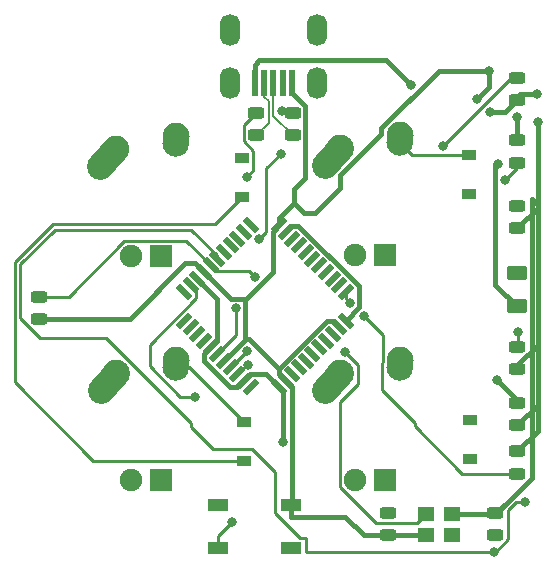
<source format=gbr>
G04 #@! TF.GenerationSoftware,KiCad,Pcbnew,7.0.1*
G04 #@! TF.CreationDate,2023-04-11T18:09:49-04:00*
G04 #@! TF.ProjectId,pikas-pcbs,70696b61-732d-4706-9362-732e6b696361,rev?*
G04 #@! TF.SameCoordinates,Original*
G04 #@! TF.FileFunction,Copper,L2,Bot*
G04 #@! TF.FilePolarity,Positive*
%FSLAX46Y46*%
G04 Gerber Fmt 4.6, Leading zero omitted, Abs format (unit mm)*
G04 Created by KiCad (PCBNEW 7.0.1) date 2023-04-11 18:09:49*
%MOMM*%
%LPD*%
G01*
G04 APERTURE LIST*
G04 Aperture macros list*
%AMRoundRect*
0 Rectangle with rounded corners*
0 $1 Rounding radius*
0 $2 $3 $4 $5 $6 $7 $8 $9 X,Y pos of 4 corners*
0 Add a 4 corners polygon primitive as box body*
4,1,4,$2,$3,$4,$5,$6,$7,$8,$9,$2,$3,0*
0 Add four circle primitives for the rounded corners*
1,1,$1+$1,$2,$3*
1,1,$1+$1,$4,$5*
1,1,$1+$1,$6,$7*
1,1,$1+$1,$8,$9*
0 Add four rect primitives between the rounded corners*
20,1,$1+$1,$2,$3,$4,$5,0*
20,1,$1+$1,$4,$5,$6,$7,0*
20,1,$1+$1,$6,$7,$8,$9,0*
20,1,$1+$1,$8,$9,$2,$3,0*%
%AMHorizOval*
0 Thick line with rounded ends*
0 $1 width*
0 $2 $3 position (X,Y) of the first rounded end (center of the circle)*
0 $4 $5 position (X,Y) of the second rounded end (center of the circle)*
0 Add line between two ends*
20,1,$1,$2,$3,$4,$5,0*
0 Add two circle primitives to create the rounded ends*
1,1,$1,$2,$3*
1,1,$1,$4,$5*%
%AMRotRect*
0 Rectangle, with rotation*
0 The origin of the aperture is its center*
0 $1 length*
0 $2 width*
0 $3 Rotation angle, in degrees counterclockwise*
0 Add horizontal line*
21,1,$1,$2,0,0,$3*%
G04 Aperture macros list end*
G04 #@! TA.AperFunction,ComponentPad*
%ADD10HorizOval,2.250000X0.655001X0.730000X-0.655001X-0.730000X0*%
G04 #@! TD*
G04 #@! TA.AperFunction,ComponentPad*
%ADD11C,2.250000*%
G04 #@! TD*
G04 #@! TA.AperFunction,ComponentPad*
%ADD12HorizOval,2.250000X0.020000X0.290000X-0.020000X-0.290000X0*%
G04 #@! TD*
G04 #@! TA.AperFunction,ComponentPad*
%ADD13C,1.905000*%
G04 #@! TD*
G04 #@! TA.AperFunction,ComponentPad*
%ADD14R,1.905000X1.905000*%
G04 #@! TD*
G04 #@! TA.AperFunction,ComponentPad*
%ADD15HorizOval,2.250000X0.655001X0.730000X-0.655001X-0.730000X0*%
G04 #@! TD*
G04 #@! TA.AperFunction,SMDPad,CuDef*
%ADD16RoundRect,0.243750X0.456250X-0.243750X0.456250X0.243750X-0.456250X0.243750X-0.456250X-0.243750X0*%
G04 #@! TD*
G04 #@! TA.AperFunction,SMDPad,CuDef*
%ADD17RoundRect,0.243750X-0.456250X0.243750X-0.456250X-0.243750X0.456250X-0.243750X0.456250X0.243750X0*%
G04 #@! TD*
G04 #@! TA.AperFunction,SMDPad,CuDef*
%ADD18R,1.200000X0.900000*%
G04 #@! TD*
G04 #@! TA.AperFunction,SMDPad,CuDef*
%ADD19RoundRect,0.250000X-0.625000X0.375000X-0.625000X-0.375000X0.625000X-0.375000X0.625000X0.375000X0*%
G04 #@! TD*
G04 #@! TA.AperFunction,SMDPad,CuDef*
%ADD20R,1.800000X1.100000*%
G04 #@! TD*
G04 #@! TA.AperFunction,SMDPad,CuDef*
%ADD21RotRect,1.500000X0.550000X315.000000*%
G04 #@! TD*
G04 #@! TA.AperFunction,SMDPad,CuDef*
%ADD22RotRect,1.500000X0.550000X45.000000*%
G04 #@! TD*
G04 #@! TA.AperFunction,ComponentPad*
%ADD23O,1.700000X2.700000*%
G04 #@! TD*
G04 #@! TA.AperFunction,SMDPad,CuDef*
%ADD24R,0.500000X2.250000*%
G04 #@! TD*
G04 #@! TA.AperFunction,SMDPad,CuDef*
%ADD25R,1.400000X1.200000*%
G04 #@! TD*
G04 #@! TA.AperFunction,ViaPad*
%ADD26C,0.800000*%
G04 #@! TD*
G04 #@! TA.AperFunction,Conductor*
%ADD27C,0.254000*%
G04 #@! TD*
G04 #@! TA.AperFunction,Conductor*
%ADD28C,0.381000*%
G04 #@! TD*
G04 #@! TA.AperFunction,Conductor*
%ADD29C,0.200000*%
G04 #@! TD*
G04 APERTURE END LIST*
D10*
X102636001Y-50451000D03*
D11*
X103291000Y-49721000D03*
D12*
X108311000Y-48931000D03*
D11*
X108331000Y-48641000D03*
D13*
X104521000Y-58801000D03*
D14*
X107061000Y-58801000D03*
D15*
X83673001Y-69501000D03*
D11*
X84328000Y-68771000D03*
D12*
X89348000Y-67981000D03*
D11*
X89368000Y-67691000D03*
D13*
X85558000Y-77851000D03*
D14*
X88098000Y-77851000D03*
D10*
X102636001Y-69501000D03*
D11*
X103291000Y-68771000D03*
D12*
X108311000Y-67981000D03*
D11*
X108331000Y-67691000D03*
D13*
X104521000Y-77851000D03*
D14*
X107061000Y-77851000D03*
D10*
X83661002Y-50526001D03*
D11*
X84316001Y-49796001D03*
D12*
X89336001Y-49006001D03*
D11*
X89356001Y-48716001D03*
D13*
X85546001Y-58876001D03*
D14*
X88086001Y-58876001D03*
D16*
X116363750Y-82471500D03*
X116363750Y-80596500D03*
D17*
X107346750Y-80645000D03*
X107346750Y-82520000D03*
X118268750Y-66531250D03*
X118268750Y-68406250D03*
X77755750Y-64183500D03*
X77755750Y-62308500D03*
X118268750Y-54625000D03*
X118268750Y-56500000D03*
X118268750Y-43800000D03*
X118268750Y-45675000D03*
X118268750Y-71293750D03*
X118268750Y-73168750D03*
D18*
X94996000Y-53847000D03*
X94996000Y-50547000D03*
X114173000Y-53592000D03*
X114173000Y-50292000D03*
X95123000Y-76199000D03*
X95123000Y-72899000D03*
X114300000Y-76072000D03*
X114300000Y-72772000D03*
D19*
X118268750Y-60325000D03*
X118268750Y-63125000D03*
D16*
X96170750Y-48641000D03*
X96170750Y-46766000D03*
D17*
X118268750Y-49068750D03*
X118268750Y-50943750D03*
X118268750Y-75406250D03*
X118268750Y-77281250D03*
D20*
X99143750Y-79906250D03*
X92943750Y-83606250D03*
X99143750Y-83606250D03*
X92943750Y-79906250D03*
D21*
X98103082Y-69977936D03*
X98668767Y-69412250D03*
X99234452Y-68846565D03*
X99800138Y-68280880D03*
X100365823Y-67715194D03*
X100931509Y-67149509D03*
X101497194Y-66583823D03*
X102062880Y-66018138D03*
X102628565Y-65452452D03*
X103194250Y-64886767D03*
X103759936Y-64321082D03*
D22*
X103759936Y-61916918D03*
X103194250Y-61351233D03*
X102628565Y-60785548D03*
X102062880Y-60219862D03*
X101497194Y-59654177D03*
X100931509Y-59088491D03*
X100365823Y-58522806D03*
X99800138Y-57957120D03*
X99234452Y-57391435D03*
X98668767Y-56825750D03*
X98103082Y-56260064D03*
D21*
X95698918Y-56260064D03*
X95133233Y-56825750D03*
X94567548Y-57391435D03*
X94001862Y-57957120D03*
X93436177Y-58522806D03*
X92870491Y-59088491D03*
X92304806Y-59654177D03*
X91739120Y-60219862D03*
X91173435Y-60785548D03*
X90607750Y-61351233D03*
X90042064Y-61916918D03*
D22*
X90042064Y-64321082D03*
X90607750Y-64886767D03*
X91173435Y-65452452D03*
X91739120Y-66018138D03*
X92304806Y-66583823D03*
X92870491Y-67149509D03*
X93436177Y-67715194D03*
X94001862Y-68280880D03*
X94567548Y-68846565D03*
X95133233Y-69412250D03*
X95698918Y-69977936D03*
D23*
X93981250Y-44187500D03*
X101281250Y-44187500D03*
X93981250Y-39687500D03*
X101281250Y-39687500D03*
D24*
X96031250Y-44187500D03*
X96831250Y-44187500D03*
X97631250Y-44187500D03*
X98431250Y-44187500D03*
X99231250Y-44187500D03*
D25*
X112712500Y-82440250D03*
X110512500Y-82440250D03*
X110512500Y-80740250D03*
X112712500Y-80740250D03*
D16*
X99250500Y-48611000D03*
X99250500Y-46736000D03*
D26*
X118903750Y-79692500D03*
X109272635Y-44397635D03*
X114862500Y-45581250D03*
X115947500Y-46675000D03*
X116363750Y-82471500D03*
X118268750Y-60325000D03*
X118268750Y-54625000D03*
X118268750Y-47081250D03*
X116518750Y-69331250D03*
X119987500Y-47518750D03*
X119956250Y-45175000D03*
X115862500Y-43175000D03*
X116643750Y-51050000D03*
X111987500Y-49550000D03*
X94463250Y-63293000D03*
X95366764Y-66901836D03*
X98268750Y-50198500D03*
X98330750Y-46548128D03*
X96427924Y-57437452D03*
X95487500Y-68050000D03*
X95393750Y-52143750D03*
X117206250Y-52456250D03*
X105302249Y-63895999D03*
X104103750Y-62841269D03*
X118300000Y-65300000D03*
X116268750Y-83893750D03*
X96043750Y-60642500D03*
X103663750Y-66992500D03*
X94143750Y-81393750D03*
X90963750Y-70802500D03*
X107346750Y-80645000D03*
X98428366Y-74612500D03*
D27*
X118186320Y-79692500D02*
X118903750Y-79692500D01*
X117526750Y-82815662D02*
X117526750Y-80352070D01*
X116448662Y-83893750D02*
X117526750Y-82815662D01*
X117526750Y-80352070D02*
X118186320Y-79692500D01*
X116268750Y-83893750D02*
X116448662Y-83893750D01*
D28*
X107175000Y-42300000D02*
X109272635Y-44397635D01*
X96412750Y-42300000D02*
X107175000Y-42300000D01*
X117268750Y-46675000D02*
X118268750Y-45675000D01*
X115862500Y-44581250D02*
X114862500Y-45581250D01*
X115947500Y-46675000D02*
X117268750Y-46675000D01*
X115862500Y-43175000D02*
X115862500Y-44581250D01*
D27*
X117737500Y-43800000D02*
X118268750Y-43800000D01*
X111987500Y-49550000D02*
X117737500Y-43800000D01*
D28*
X118268750Y-47081250D02*
X118268750Y-49068750D01*
X118268750Y-71293750D02*
X118268750Y-71081250D01*
X118268750Y-71081250D02*
X116518750Y-69331250D01*
X110432750Y-82520000D02*
X110512500Y-82440250D01*
X107346750Y-82520000D02*
X110432750Y-82520000D01*
X116406714Y-80740250D02*
X112712500Y-80740250D01*
X117979732Y-79167232D02*
X116406714Y-80740250D01*
X117979732Y-79167232D02*
X116550465Y-80596500D01*
X119534250Y-77612715D02*
X117979732Y-79167232D01*
X116550465Y-80596500D02*
X116363750Y-80596500D01*
X119987500Y-54518750D02*
X119534250Y-54065500D01*
X119987500Y-54518750D02*
X119987500Y-54781250D01*
X119987500Y-47518750D02*
X119987500Y-54518750D01*
X119534250Y-54065500D02*
X119534250Y-77612715D01*
X119987500Y-73687500D02*
X118268750Y-75406250D01*
X119987500Y-71450000D02*
X119987500Y-73687500D01*
X119987500Y-71450000D02*
X118268750Y-73168750D01*
X119987500Y-66409465D02*
X119987500Y-71450000D01*
X119987500Y-66409465D02*
X118268750Y-68128215D01*
X118268750Y-68128215D02*
X118268750Y-68406250D01*
X119987500Y-54781250D02*
X119987500Y-66409465D01*
X119987500Y-54781250D02*
X118268750Y-56500000D01*
X118481250Y-45175000D02*
X118268750Y-45387500D01*
X111612500Y-43175000D02*
X115862500Y-43175000D01*
X106768750Y-48018750D02*
X111612500Y-43175000D01*
X106768750Y-48515063D02*
X106768750Y-48018750D01*
X119956250Y-45175000D02*
X118481250Y-45175000D01*
X103268750Y-52015063D02*
X106768750Y-48515063D01*
X103268750Y-53112500D02*
X103268750Y-52015063D01*
X101186650Y-55194600D02*
X103268750Y-53112500D01*
X100225850Y-55194600D02*
X101186650Y-55194600D01*
X99395500Y-54364250D02*
X100225850Y-55194600D01*
X90999309Y-59480051D02*
X91739120Y-60219862D01*
X90167951Y-59480051D02*
X90999309Y-59480051D01*
X77755750Y-64183500D02*
X85464502Y-64183500D01*
X85464502Y-64183500D02*
X90167951Y-59480051D01*
X116415750Y-61272000D02*
X118268750Y-63125000D01*
X116415750Y-51278000D02*
X116415750Y-61272000D01*
X116643750Y-51050000D02*
X116415750Y-51278000D01*
X96031250Y-42681500D02*
X96412750Y-42300000D01*
X96031250Y-44187500D02*
X96031250Y-42681500D01*
D27*
X118025000Y-43512500D02*
X118268750Y-43512500D01*
X94463250Y-65556750D02*
X94463250Y-63293000D01*
X92870491Y-67149509D02*
X94463250Y-65556750D01*
X108291000Y-49221000D02*
X109362000Y-50292000D01*
X109362000Y-50292000D02*
X114173000Y-50292000D01*
X108331000Y-49181000D02*
X108291000Y-49221000D01*
X108331000Y-48641000D02*
X108331000Y-49181000D01*
X95366764Y-66915978D02*
X94001862Y-68280880D01*
X95366764Y-66901836D02*
X95366764Y-66915978D01*
X97035983Y-56829393D02*
X96427924Y-57437452D01*
X97035983Y-51431267D02*
X97035983Y-56829393D01*
X98518622Y-46736000D02*
X98330750Y-46548128D01*
X98268750Y-50198500D02*
X97035983Y-51431267D01*
X99250500Y-46736000D02*
X98518622Y-46736000D01*
X95364113Y-68050000D02*
X94567548Y-68846565D01*
X95487500Y-68050000D02*
X95364113Y-68050000D01*
X95923000Y-49925998D02*
X95923000Y-51614500D01*
X95143750Y-49146748D02*
X95923000Y-49925998D01*
X95143750Y-47793000D02*
X95143750Y-49146748D01*
X96170750Y-46766000D02*
X95143750Y-47793000D01*
X95923000Y-51614500D02*
X95393750Y-52143750D01*
X118268750Y-51393750D02*
X117206250Y-52456250D01*
X118268750Y-50943750D02*
X118268750Y-51393750D01*
X89328000Y-67731000D02*
X89368000Y-67691000D01*
X89328000Y-68271000D02*
X89328000Y-67731000D01*
X90495000Y-68271000D02*
X89328000Y-68271000D01*
X95123000Y-72899000D02*
X90495000Y-68271000D01*
D28*
X118268750Y-56500000D02*
X118006250Y-56500000D01*
D27*
X113610655Y-77281250D02*
X118268750Y-77281250D01*
X109619000Y-73289595D02*
X113610655Y-77281250D01*
X109619000Y-72987500D02*
X109619000Y-73289595D01*
X106801061Y-70169561D02*
X109619000Y-72987500D01*
X106801061Y-68771112D02*
X106801061Y-70169561D01*
X106923821Y-66991086D02*
X106801061Y-68771112D01*
X106923821Y-65517571D02*
X106923821Y-66991086D01*
X105302249Y-63895999D02*
X106923821Y-65517571D01*
X103759936Y-61916918D02*
X103759936Y-62497455D01*
X103759936Y-62497455D02*
X104103750Y-62841269D01*
D28*
X104893750Y-63187268D02*
X103759936Y-64321082D01*
X104893750Y-61437821D02*
X104893750Y-63187268D01*
X99732080Y-56276151D02*
X104893750Y-61437821D01*
X99218366Y-56276151D02*
X99732080Y-56276151D01*
X98668767Y-56825750D02*
X99218366Y-56276151D01*
X99395500Y-53176102D02*
X99395500Y-54364250D01*
X100341000Y-52230602D02*
X99395500Y-53176102D01*
X100341000Y-46172250D02*
X100341000Y-52230602D01*
X99395500Y-54364250D02*
X98103082Y-55656668D01*
X99231250Y-45062500D02*
X100341000Y-46172250D01*
X99231250Y-44187500D02*
X99231250Y-45062500D01*
X98103082Y-55656668D02*
X98103082Y-56260064D01*
D27*
X101981000Y-51031000D02*
X103291000Y-49721000D01*
X101981000Y-51181000D02*
X101981000Y-51031000D01*
X83006001Y-51256001D02*
X83006001Y-51106001D01*
X83006001Y-51106001D02*
X84316001Y-49796001D01*
D28*
X94022258Y-62503000D02*
X91739120Y-60219862D01*
X95253250Y-62503000D02*
X94022258Y-62503000D01*
X97553483Y-56809663D02*
X98103082Y-56260064D01*
X97553483Y-60250703D02*
X97553483Y-56809663D01*
X95253250Y-62503000D02*
X95301186Y-62503000D01*
X95301186Y-62503000D02*
X97553483Y-60250703D01*
X95253250Y-65826879D02*
X95253250Y-62503000D01*
X95288871Y-65862500D02*
X95253250Y-65826879D01*
X95288871Y-65862500D02*
X93436177Y-67715194D01*
X95550000Y-65862500D02*
X95288871Y-65862500D01*
X96853096Y-67165596D02*
X95550000Y-65862500D01*
X96859991Y-67165596D02*
X96853096Y-67165596D01*
X98081250Y-68386855D02*
X96859991Y-67165596D01*
X98081250Y-68824733D02*
X98668767Y-69412250D01*
X98081250Y-68386855D02*
X98081250Y-68824733D01*
X102130937Y-64337168D02*
X98081250Y-68386855D01*
X102644651Y-64337168D02*
X102130937Y-64337168D01*
X103194250Y-64886767D02*
X102644651Y-64337168D01*
D27*
X118300000Y-66500000D02*
X118268750Y-66531250D01*
X118300000Y-65300000D02*
X118300000Y-66500000D01*
X116260500Y-83885500D02*
X116268750Y-83893750D01*
X100385500Y-83885500D02*
X116260500Y-83885500D01*
X97768750Y-80635250D02*
X99862750Y-82729250D01*
X99862750Y-82729250D02*
X100385500Y-82729250D01*
X97768750Y-77140750D02*
X97768750Y-80635250D01*
X95803000Y-75175000D02*
X97768750Y-77140750D01*
X100385500Y-82729250D02*
X100385500Y-83885500D01*
X92487500Y-75175000D02*
X95803000Y-75175000D01*
X90656000Y-73343500D02*
X92487500Y-75175000D01*
X90656000Y-73002573D02*
X90656000Y-73343500D01*
X83484677Y-65831250D02*
X90656000Y-73002573D01*
X77896338Y-65831250D02*
X83484677Y-65831250D01*
X76177750Y-59560552D02*
X76177750Y-64112662D01*
X79117401Y-56620901D02*
X76177750Y-59560552D01*
X79138099Y-56620901D02*
X79117401Y-56620901D01*
X90682916Y-56620901D02*
X79138099Y-56620901D01*
X92870491Y-58808476D02*
X90682916Y-56620901D01*
X92870491Y-59088491D02*
X92870491Y-58808476D01*
X76177750Y-64112662D02*
X77896338Y-65831250D01*
X92676099Y-56166901D02*
X94996000Y-53847000D01*
X75723750Y-59372500D02*
X78929349Y-56166901D01*
X78929349Y-56166901D02*
X92676099Y-56166901D01*
X90247130Y-57596501D02*
X92304806Y-59654177D01*
X85016014Y-57596501D02*
X90247130Y-57596501D01*
X80304015Y-62308500D02*
X85016014Y-57596501D01*
X77755750Y-62308500D02*
X80304015Y-62308500D01*
X82390250Y-76199000D02*
X75723750Y-69532500D01*
X95123000Y-76199000D02*
X82390250Y-76199000D01*
X75723750Y-69532500D02*
X75723750Y-59372500D01*
X92790904Y-60140275D02*
X92304806Y-59654177D01*
X95541525Y-60140275D02*
X92790904Y-60140275D01*
X96043750Y-60642500D02*
X95541525Y-60140275D01*
X104773398Y-68102148D02*
X103663750Y-66992500D01*
X103241500Y-71224750D02*
X104773398Y-69692852D01*
X103241500Y-78380987D02*
X103241500Y-71224750D01*
X106772000Y-81459500D02*
X106320013Y-81459500D01*
X106320013Y-81459500D02*
X103241500Y-78380987D01*
X109793250Y-81459500D02*
X106772000Y-81459500D01*
X110512500Y-80740250D02*
X109793250Y-81459500D01*
X104773398Y-69692852D02*
X104773398Y-68102148D01*
X92943750Y-82593750D02*
X92943750Y-83606250D01*
X94143750Y-81393750D02*
X92943750Y-82593750D01*
X87153750Y-66358040D02*
X87153750Y-68203843D01*
X91093848Y-62417942D02*
X87153750Y-66358040D01*
X89752407Y-70802500D02*
X90963750Y-70802500D01*
X91093848Y-61837331D02*
X91093848Y-62417942D01*
X87153750Y-68203843D02*
X89752407Y-70802500D01*
X90607750Y-61351233D02*
X91093848Y-61837331D01*
D28*
X92854404Y-62466517D02*
X91173435Y-60785548D01*
X92854404Y-66034225D02*
X92854404Y-62466517D01*
X92304806Y-66583823D02*
X92854404Y-66034225D01*
X91755207Y-67133422D02*
X92304806Y-66583823D01*
X91755207Y-67783957D02*
X91755207Y-67133422D01*
X93933099Y-69961849D02*
X91755207Y-67783957D01*
X95133233Y-69412250D02*
X94583634Y-69961849D01*
X94583634Y-69961849D02*
X93933099Y-69961849D01*
X95682831Y-68862652D02*
X95133233Y-69412250D01*
X96987798Y-68862652D02*
X95682831Y-68862652D01*
X98103082Y-69977936D02*
X96987798Y-68862652D01*
X98428366Y-70303220D02*
X98428366Y-74612500D01*
X98103082Y-69977936D02*
X98428366Y-70303220D01*
X99218366Y-79831634D02*
X99143750Y-79906250D01*
X99218366Y-69961849D02*
X99218366Y-79831634D01*
X98668767Y-69412250D02*
X99218366Y-69961849D01*
X105270000Y-82520000D02*
X107346750Y-82520000D01*
X99143750Y-80925000D02*
X103675000Y-80925000D01*
X99143750Y-79906250D02*
X99143750Y-80925000D01*
X103675000Y-80925000D02*
X105270000Y-82520000D01*
D29*
X96831250Y-45362500D02*
X96831250Y-44187500D01*
X97231250Y-45762500D02*
X96831250Y-45362500D01*
X96170750Y-48641000D02*
X97231250Y-47580500D01*
X97231250Y-47580500D02*
X97231250Y-45762500D01*
X97631250Y-46991750D02*
X97631250Y-44187500D01*
X99250500Y-48611000D02*
X97631250Y-46991750D01*
M02*

</source>
